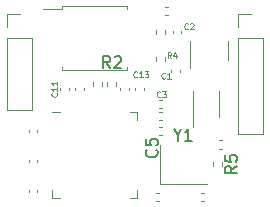
<source format=gbr>
%TF.GenerationSoftware,KiCad,Pcbnew,(6.0.2-0)*%
%TF.CreationDate,2022-06-01T12:35:39-04:00*%
%TF.ProjectId,hitclips_2040,68697463-6c69-4707-935f-323034302e6b,rev?*%
%TF.SameCoordinates,Original*%
%TF.FileFunction,Legend,Top*%
%TF.FilePolarity,Positive*%
%FSLAX46Y46*%
G04 Gerber Fmt 4.6, Leading zero omitted, Abs format (unit mm)*
G04 Created by KiCad (PCBNEW (6.0.2-0)) date 2022-06-01 12:35:39*
%MOMM*%
%LPD*%
G01*
G04 APERTURE LIST*
%ADD10C,0.150000*%
%ADD11C,0.125000*%
%ADD12C,0.120000*%
G04 APERTURE END LIST*
D10*
%TO.C,R5*%
X133956380Y-83986666D02*
X133480190Y-84320000D01*
X133956380Y-84558095D02*
X132956380Y-84558095D01*
X132956380Y-84177142D01*
X133004000Y-84081904D01*
X133051619Y-84034285D01*
X133146857Y-83986666D01*
X133289714Y-83986666D01*
X133384952Y-84034285D01*
X133432571Y-84081904D01*
X133480190Y-84177142D01*
X133480190Y-84558095D01*
X132956380Y-83081904D02*
X132956380Y-83558095D01*
X133432571Y-83605714D01*
X133384952Y-83558095D01*
X133337333Y-83462857D01*
X133337333Y-83224761D01*
X133384952Y-83129523D01*
X133432571Y-83081904D01*
X133527809Y-83034285D01*
X133765904Y-83034285D01*
X133861142Y-83081904D01*
X133908761Y-83129523D01*
X133956380Y-83224761D01*
X133956380Y-83462857D01*
X133908761Y-83558095D01*
X133861142Y-83605714D01*
D11*
%TO.C,C11*%
X118694971Y-77791428D02*
X118718780Y-77815238D01*
X118742590Y-77886666D01*
X118742590Y-77934285D01*
X118718780Y-78005714D01*
X118671161Y-78053333D01*
X118623542Y-78077142D01*
X118528304Y-78100952D01*
X118456876Y-78100952D01*
X118361638Y-78077142D01*
X118314019Y-78053333D01*
X118266400Y-78005714D01*
X118242590Y-77934285D01*
X118242590Y-77886666D01*
X118266400Y-77815238D01*
X118290209Y-77791428D01*
X118742590Y-77315238D02*
X118742590Y-77600952D01*
X118742590Y-77458095D02*
X118242590Y-77458095D01*
X118314019Y-77505714D01*
X118361638Y-77553333D01*
X118385447Y-77600952D01*
X118742590Y-76839047D02*
X118742590Y-77124761D01*
X118742590Y-76981904D02*
X118242590Y-76981904D01*
X118314019Y-77029523D01*
X118361638Y-77077142D01*
X118385447Y-77124761D01*
D10*
%TO.C,C5*%
X127153942Y-82615066D02*
X127201561Y-82662685D01*
X127249180Y-82805542D01*
X127249180Y-82900780D01*
X127201561Y-83043638D01*
X127106323Y-83138876D01*
X127011085Y-83186495D01*
X126820609Y-83234114D01*
X126677752Y-83234114D01*
X126487276Y-83186495D01*
X126392038Y-83138876D01*
X126296800Y-83043638D01*
X126249180Y-82900780D01*
X126249180Y-82805542D01*
X126296800Y-82662685D01*
X126344419Y-82615066D01*
X126249180Y-81710304D02*
X126249180Y-82186495D01*
X126725371Y-82234114D01*
X126677752Y-82186495D01*
X126630133Y-82091257D01*
X126630133Y-81853161D01*
X126677752Y-81757923D01*
X126725371Y-81710304D01*
X126820609Y-81662685D01*
X127058704Y-81662685D01*
X127153942Y-81710304D01*
X127201561Y-81757923D01*
X127249180Y-81853161D01*
X127249180Y-82091257D01*
X127201561Y-82186495D01*
X127153942Y-82234114D01*
D11*
%TO.C,C13*%
X125510171Y-76429371D02*
X125486361Y-76453180D01*
X125414933Y-76476990D01*
X125367314Y-76476990D01*
X125295885Y-76453180D01*
X125248266Y-76405561D01*
X125224457Y-76357942D01*
X125200647Y-76262704D01*
X125200647Y-76191276D01*
X125224457Y-76096038D01*
X125248266Y-76048419D01*
X125295885Y-76000800D01*
X125367314Y-75976990D01*
X125414933Y-75976990D01*
X125486361Y-76000800D01*
X125510171Y-76024609D01*
X125986361Y-76476990D02*
X125700647Y-76476990D01*
X125843504Y-76476990D02*
X125843504Y-75976990D01*
X125795885Y-76048419D01*
X125748266Y-76096038D01*
X125700647Y-76119847D01*
X126153028Y-75976990D02*
X126462552Y-75976990D01*
X126295885Y-76167466D01*
X126367314Y-76167466D01*
X126414933Y-76191276D01*
X126438742Y-76215085D01*
X126462552Y-76262704D01*
X126462552Y-76381752D01*
X126438742Y-76429371D01*
X126414933Y-76453180D01*
X126367314Y-76476990D01*
X126224457Y-76476990D01*
X126176838Y-76453180D01*
X126153028Y-76429371D01*
D10*
%TO.C,Y1*%
X128936809Y-81346190D02*
X128936809Y-81822380D01*
X128603476Y-80822380D02*
X128936809Y-81346190D01*
X129270142Y-80822380D01*
X130127285Y-81822380D02*
X129555857Y-81822380D01*
X129841571Y-81822380D02*
X129841571Y-80822380D01*
X129746333Y-80965238D01*
X129651095Y-81060476D01*
X129555857Y-81108095D01*
D11*
%TO.C,C3*%
X127475466Y-78105771D02*
X127451657Y-78129580D01*
X127380228Y-78153390D01*
X127332609Y-78153390D01*
X127261180Y-78129580D01*
X127213561Y-78081961D01*
X127189752Y-78034342D01*
X127165942Y-77939104D01*
X127165942Y-77867676D01*
X127189752Y-77772438D01*
X127213561Y-77724819D01*
X127261180Y-77677200D01*
X127332609Y-77653390D01*
X127380228Y-77653390D01*
X127451657Y-77677200D01*
X127475466Y-77701009D01*
X127642133Y-77653390D02*
X127951657Y-77653390D01*
X127784990Y-77843866D01*
X127856419Y-77843866D01*
X127904038Y-77867676D01*
X127927847Y-77891485D01*
X127951657Y-77939104D01*
X127951657Y-78058152D01*
X127927847Y-78105771D01*
X127904038Y-78129580D01*
X127856419Y-78153390D01*
X127713561Y-78153390D01*
X127665942Y-78129580D01*
X127642133Y-78105771D01*
%TO.C,C1*%
X127881866Y-76530971D02*
X127858057Y-76554780D01*
X127786628Y-76578590D01*
X127739009Y-76578590D01*
X127667580Y-76554780D01*
X127619961Y-76507161D01*
X127596152Y-76459542D01*
X127572342Y-76364304D01*
X127572342Y-76292876D01*
X127596152Y-76197638D01*
X127619961Y-76150019D01*
X127667580Y-76102400D01*
X127739009Y-76078590D01*
X127786628Y-76078590D01*
X127858057Y-76102400D01*
X127881866Y-76126209D01*
X128358057Y-76578590D02*
X128072342Y-76578590D01*
X128215200Y-76578590D02*
X128215200Y-76078590D01*
X128167580Y-76150019D01*
X128119961Y-76197638D01*
X128072342Y-76221447D01*
D10*
%TO.C,R2*%
X123226533Y-75687180D02*
X122893200Y-75210990D01*
X122655104Y-75687180D02*
X122655104Y-74687180D01*
X123036057Y-74687180D01*
X123131295Y-74734800D01*
X123178914Y-74782419D01*
X123226533Y-74877657D01*
X123226533Y-75020514D01*
X123178914Y-75115752D01*
X123131295Y-75163371D01*
X123036057Y-75210990D01*
X122655104Y-75210990D01*
X123607485Y-74782419D02*
X123655104Y-74734800D01*
X123750342Y-74687180D01*
X123988438Y-74687180D01*
X124083676Y-74734800D01*
X124131295Y-74782419D01*
X124178914Y-74877657D01*
X124178914Y-74972895D01*
X124131295Y-75115752D01*
X123559866Y-75687180D01*
X124178914Y-75687180D01*
D11*
%TO.C,C2*%
X129812266Y-72365371D02*
X129788457Y-72389180D01*
X129717028Y-72412990D01*
X129669409Y-72412990D01*
X129597980Y-72389180D01*
X129550361Y-72341561D01*
X129526552Y-72293942D01*
X129502742Y-72198704D01*
X129502742Y-72127276D01*
X129526552Y-72032038D01*
X129550361Y-71984419D01*
X129597980Y-71936800D01*
X129669409Y-71912990D01*
X129717028Y-71912990D01*
X129788457Y-71936800D01*
X129812266Y-71960609D01*
X130002742Y-71960609D02*
X130026552Y-71936800D01*
X130074171Y-71912990D01*
X130193219Y-71912990D01*
X130240838Y-71936800D01*
X130264647Y-71960609D01*
X130288457Y-72008228D01*
X130288457Y-72055847D01*
X130264647Y-72127276D01*
X129978933Y-72412990D01*
X130288457Y-72412990D01*
%TO.C,R4*%
X128389866Y-74851390D02*
X128223200Y-74613295D01*
X128104152Y-74851390D02*
X128104152Y-74351390D01*
X128294628Y-74351390D01*
X128342247Y-74375200D01*
X128366057Y-74399009D01*
X128389866Y-74446628D01*
X128389866Y-74518057D01*
X128366057Y-74565676D01*
X128342247Y-74589485D01*
X128294628Y-74613295D01*
X128104152Y-74613295D01*
X128818438Y-74518057D02*
X128818438Y-74851390D01*
X128699390Y-74327580D02*
X128580342Y-74684723D01*
X128889866Y-74684723D01*
D12*
%TO.C,U2*%
X119195000Y-75877000D02*
X119195000Y-75617000D01*
X119195000Y-70427000D02*
X119195000Y-70687000D01*
X121920000Y-75877000D02*
X124645000Y-75877000D01*
X121920000Y-75877000D02*
X119195000Y-75877000D01*
X119195000Y-70687000D02*
X117520000Y-70687000D01*
X124645000Y-70427000D02*
X124645000Y-70687000D01*
X121920000Y-70427000D02*
X119195000Y-70427000D01*
X121920000Y-70427000D02*
X124645000Y-70427000D01*
X124645000Y-75877000D02*
X124645000Y-75617000D01*
%TO.C,C14*%
X127880164Y-71226000D02*
X128095836Y-71226000D01*
X127880164Y-70506000D02*
X128095836Y-70506000D01*
%TO.C,C9*%
X117073000Y-81133836D02*
X117073000Y-80918164D01*
X116353000Y-81133836D02*
X116353000Y-80918164D01*
%TO.C,R3*%
X127128000Y-72490359D02*
X127128000Y-72797641D01*
X127888000Y-72490359D02*
X127888000Y-72797641D01*
%TO.C,R5*%
X132714000Y-83666359D02*
X132714000Y-83973641D01*
X131954000Y-83666359D02*
X131954000Y-83973641D01*
%TO.C,R1*%
X122503200Y-77166441D02*
X122503200Y-76859159D01*
X121743200Y-77166441D02*
X121743200Y-76859159D01*
%TO.C,C11*%
X119740000Y-77577836D02*
X119740000Y-77362164D01*
X119020000Y-77577836D02*
X119020000Y-77362164D01*
%TO.C,C5*%
X127400164Y-81386000D02*
X127615836Y-81386000D01*
X127400164Y-80666000D02*
X127615836Y-80666000D01*
%TO.C,C15*%
X131143836Y-86974000D02*
X130928164Y-86974000D01*
X131143836Y-86254000D02*
X130928164Y-86254000D01*
%TO.C,U1*%
X133172000Y-74968000D02*
X133172000Y-73368000D01*
X129972000Y-73368000D02*
X129972000Y-75668000D01*
%TO.C,C13*%
X126090000Y-77577836D02*
X126090000Y-77362164D01*
X125370000Y-77577836D02*
X125370000Y-77362164D01*
%TO.C,Y1*%
X127413000Y-82170000D02*
X127413000Y-85470000D01*
X127413000Y-85470000D02*
X131413000Y-85470000D01*
%TO.C,J1*%
X114510000Y-79244000D02*
X116630000Y-79244000D01*
X114510000Y-73184000D02*
X116630000Y-73184000D01*
X114510000Y-73184000D02*
X114510000Y-79244000D01*
X114510000Y-71124000D02*
X115570000Y-71124000D01*
X116630000Y-73184000D02*
X116630000Y-79244000D01*
X114510000Y-72184000D02*
X114510000Y-71124000D01*
%TO.C,C7*%
X117073000Y-86213836D02*
X117073000Y-85998164D01*
X116353000Y-86213836D02*
X116353000Y-85998164D01*
%TO.C,C3*%
X127400164Y-78380000D02*
X127615836Y-78380000D01*
X127400164Y-79100000D02*
X127615836Y-79100000D01*
%TO.C,C16*%
X132695836Y-82529000D02*
X132480164Y-82529000D01*
X132695836Y-81809000D02*
X132480164Y-81809000D01*
%TO.C,C1*%
X128418000Y-75838164D02*
X128418000Y-76053836D01*
X129138000Y-75838164D02*
X129138000Y-76053836D01*
%TO.C,R2*%
X123722400Y-77166441D02*
X123722400Y-76859159D01*
X122962400Y-77166441D02*
X122962400Y-76859159D01*
%TO.C,U3*%
X124880000Y-79448000D02*
X125530000Y-79448000D01*
X124880000Y-86668000D02*
X125530000Y-86668000D01*
X125530000Y-79448000D02*
X125530000Y-80098000D01*
X125530000Y-86668000D02*
X125530000Y-86018000D01*
X118310000Y-86668000D02*
X118310000Y-86018000D01*
X118960000Y-86668000D02*
X118310000Y-86668000D01*
X118960000Y-79448000D02*
X118310000Y-79448000D01*
%TO.C,U5*%
X132418000Y-77640000D02*
X132418000Y-79840000D01*
X130218000Y-77640000D02*
X130218000Y-80640000D01*
%TO.C,C2*%
X128545000Y-72751836D02*
X128545000Y-72536164D01*
X129265000Y-72751836D02*
X129265000Y-72536164D01*
%TO.C,C6*%
X120290000Y-77577836D02*
X120290000Y-77362164D01*
X121010000Y-77577836D02*
X121010000Y-77362164D01*
%TO.C,C4*%
X127400164Y-80116000D02*
X127615836Y-80116000D01*
X127400164Y-79396000D02*
X127615836Y-79396000D01*
%TO.C,C10*%
X127118164Y-86254000D02*
X127333836Y-86254000D01*
X127118164Y-86974000D02*
X127333836Y-86974000D01*
%TO.C,C8*%
X116353000Y-83673836D02*
X116353000Y-83458164D01*
X117073000Y-83673836D02*
X117073000Y-83458164D01*
%TO.C,J2*%
X134068000Y-73183800D02*
X134068000Y-81243800D01*
X134068000Y-71123800D02*
X135128000Y-71123800D01*
X134068000Y-81243800D02*
X136188000Y-81243800D01*
X134068000Y-72183800D02*
X134068000Y-71123800D01*
X136188000Y-73183800D02*
X136188000Y-81243800D01*
X134068000Y-73183800D02*
X136188000Y-73183800D01*
%TO.C,R4*%
X127128000Y-75083641D02*
X127128000Y-74776359D01*
X127888000Y-75083641D02*
X127888000Y-74776359D01*
%TO.C,C12*%
X124820000Y-77577836D02*
X124820000Y-77362164D01*
X124100000Y-77577836D02*
X124100000Y-77362164D01*
%TD*%
M02*

</source>
